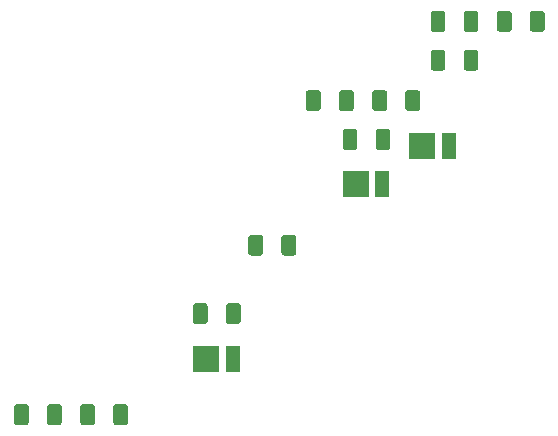
<source format=gbr>
G04 #@! TF.GenerationSoftware,KiCad,Pcbnew,5.1.5-52549c5~84~ubuntu18.04.1*
G04 #@! TF.CreationDate,2019-12-20T21:30:07+07:00*
G04 #@! TF.ProjectId,plate,706c6174-652e-46b6-9963-61645f706362,rev?*
G04 #@! TF.SameCoordinates,Original*
G04 #@! TF.FileFunction,Paste,Top*
G04 #@! TF.FilePolarity,Positive*
%FSLAX46Y46*%
G04 Gerber Fmt 4.6, Leading zero omitted, Abs format (unit mm)*
G04 Created by KiCad (PCBNEW 5.1.5-52549c5~84~ubuntu18.04.1) date 2019-12-20 21:30:07*
%MOMM*%
%LPD*%
G04 APERTURE LIST*
%ADD10C,0.100000*%
%ADD11R,1.250000X2.200000*%
%ADD12R,2.200000X2.200000*%
G04 APERTURE END LIST*
D10*
G36*
X203049504Y-105876204D02*
G01*
X203073773Y-105879804D01*
X203097571Y-105885765D01*
X203120671Y-105894030D01*
X203142849Y-105904520D01*
X203163893Y-105917133D01*
X203183598Y-105931747D01*
X203201777Y-105948223D01*
X203218253Y-105966402D01*
X203232867Y-105986107D01*
X203245480Y-106007151D01*
X203255970Y-106029329D01*
X203264235Y-106052429D01*
X203270196Y-106076227D01*
X203273796Y-106100496D01*
X203275000Y-106125000D01*
X203275000Y-107375000D01*
X203273796Y-107399504D01*
X203270196Y-107423773D01*
X203264235Y-107447571D01*
X203255970Y-107470671D01*
X203245480Y-107492849D01*
X203232867Y-107513893D01*
X203218253Y-107533598D01*
X203201777Y-107551777D01*
X203183598Y-107568253D01*
X203163893Y-107582867D01*
X203142849Y-107595480D01*
X203120671Y-107605970D01*
X203097571Y-107614235D01*
X203073773Y-107620196D01*
X203049504Y-107623796D01*
X203025000Y-107625000D01*
X202275000Y-107625000D01*
X202250496Y-107623796D01*
X202226227Y-107620196D01*
X202202429Y-107614235D01*
X202179329Y-107605970D01*
X202157151Y-107595480D01*
X202136107Y-107582867D01*
X202116402Y-107568253D01*
X202098223Y-107551777D01*
X202081747Y-107533598D01*
X202067133Y-107513893D01*
X202054520Y-107492849D01*
X202044030Y-107470671D01*
X202035765Y-107447571D01*
X202029804Y-107423773D01*
X202026204Y-107399504D01*
X202025000Y-107375000D01*
X202025000Y-106125000D01*
X202026204Y-106100496D01*
X202029804Y-106076227D01*
X202035765Y-106052429D01*
X202044030Y-106029329D01*
X202054520Y-106007151D01*
X202067133Y-105986107D01*
X202081747Y-105966402D01*
X202098223Y-105948223D01*
X202116402Y-105931747D01*
X202136107Y-105917133D01*
X202157151Y-105904520D01*
X202179329Y-105894030D01*
X202202429Y-105885765D01*
X202226227Y-105879804D01*
X202250496Y-105876204D01*
X202275000Y-105875000D01*
X203025000Y-105875000D01*
X203049504Y-105876204D01*
G37*
G36*
X200249504Y-105876204D02*
G01*
X200273773Y-105879804D01*
X200297571Y-105885765D01*
X200320671Y-105894030D01*
X200342849Y-105904520D01*
X200363893Y-105917133D01*
X200383598Y-105931747D01*
X200401777Y-105948223D01*
X200418253Y-105966402D01*
X200432867Y-105986107D01*
X200445480Y-106007151D01*
X200455970Y-106029329D01*
X200464235Y-106052429D01*
X200470196Y-106076227D01*
X200473796Y-106100496D01*
X200475000Y-106125000D01*
X200475000Y-107375000D01*
X200473796Y-107399504D01*
X200470196Y-107423773D01*
X200464235Y-107447571D01*
X200455970Y-107470671D01*
X200445480Y-107492849D01*
X200432867Y-107513893D01*
X200418253Y-107533598D01*
X200401777Y-107551777D01*
X200383598Y-107568253D01*
X200363893Y-107582867D01*
X200342849Y-107595480D01*
X200320671Y-107605970D01*
X200297571Y-107614235D01*
X200273773Y-107620196D01*
X200249504Y-107623796D01*
X200225000Y-107625000D01*
X199475000Y-107625000D01*
X199450496Y-107623796D01*
X199426227Y-107620196D01*
X199402429Y-107614235D01*
X199379329Y-107605970D01*
X199357151Y-107595480D01*
X199336107Y-107582867D01*
X199316402Y-107568253D01*
X199298223Y-107551777D01*
X199281747Y-107533598D01*
X199267133Y-107513893D01*
X199254520Y-107492849D01*
X199244030Y-107470671D01*
X199235765Y-107447571D01*
X199229804Y-107423773D01*
X199226204Y-107399504D01*
X199225000Y-107375000D01*
X199225000Y-106125000D01*
X199226204Y-106100496D01*
X199229804Y-106076227D01*
X199235765Y-106052429D01*
X199244030Y-106029329D01*
X199254520Y-106007151D01*
X199267133Y-105986107D01*
X199281747Y-105966402D01*
X199298223Y-105948223D01*
X199316402Y-105931747D01*
X199336107Y-105917133D01*
X199357151Y-105904520D01*
X199379329Y-105894030D01*
X199402429Y-105885765D01*
X199426227Y-105879804D01*
X199450496Y-105876204D01*
X199475000Y-105875000D01*
X200225000Y-105875000D01*
X200249504Y-105876204D01*
G37*
G36*
X172709504Y-132476204D02*
G01*
X172733773Y-132479804D01*
X172757571Y-132485765D01*
X172780671Y-132494030D01*
X172802849Y-132504520D01*
X172823893Y-132517133D01*
X172843598Y-132531747D01*
X172861777Y-132548223D01*
X172878253Y-132566402D01*
X172892867Y-132586107D01*
X172905480Y-132607151D01*
X172915970Y-132629329D01*
X172924235Y-132652429D01*
X172930196Y-132676227D01*
X172933796Y-132700496D01*
X172935000Y-132725000D01*
X172935000Y-133975000D01*
X172933796Y-133999504D01*
X172930196Y-134023773D01*
X172924235Y-134047571D01*
X172915970Y-134070671D01*
X172905480Y-134092849D01*
X172892867Y-134113893D01*
X172878253Y-134133598D01*
X172861777Y-134151777D01*
X172843598Y-134168253D01*
X172823893Y-134182867D01*
X172802849Y-134195480D01*
X172780671Y-134205970D01*
X172757571Y-134214235D01*
X172733773Y-134220196D01*
X172709504Y-134223796D01*
X172685000Y-134225000D01*
X171935000Y-134225000D01*
X171910496Y-134223796D01*
X171886227Y-134220196D01*
X171862429Y-134214235D01*
X171839329Y-134205970D01*
X171817151Y-134195480D01*
X171796107Y-134182867D01*
X171776402Y-134168253D01*
X171758223Y-134151777D01*
X171741747Y-134133598D01*
X171727133Y-134113893D01*
X171714520Y-134092849D01*
X171704030Y-134070671D01*
X171695765Y-134047571D01*
X171689804Y-134023773D01*
X171686204Y-133999504D01*
X171685000Y-133975000D01*
X171685000Y-132725000D01*
X171686204Y-132700496D01*
X171689804Y-132676227D01*
X171695765Y-132652429D01*
X171704030Y-132629329D01*
X171714520Y-132607151D01*
X171727133Y-132586107D01*
X171741747Y-132566402D01*
X171758223Y-132548223D01*
X171776402Y-132531747D01*
X171796107Y-132517133D01*
X171817151Y-132504520D01*
X171839329Y-132494030D01*
X171862429Y-132485765D01*
X171886227Y-132479804D01*
X171910496Y-132476204D01*
X171935000Y-132475000D01*
X172685000Y-132475000D01*
X172709504Y-132476204D01*
G37*
G36*
X169909504Y-132476204D02*
G01*
X169933773Y-132479804D01*
X169957571Y-132485765D01*
X169980671Y-132494030D01*
X170002849Y-132504520D01*
X170023893Y-132517133D01*
X170043598Y-132531747D01*
X170061777Y-132548223D01*
X170078253Y-132566402D01*
X170092867Y-132586107D01*
X170105480Y-132607151D01*
X170115970Y-132629329D01*
X170124235Y-132652429D01*
X170130196Y-132676227D01*
X170133796Y-132700496D01*
X170135000Y-132725000D01*
X170135000Y-133975000D01*
X170133796Y-133999504D01*
X170130196Y-134023773D01*
X170124235Y-134047571D01*
X170115970Y-134070671D01*
X170105480Y-134092849D01*
X170092867Y-134113893D01*
X170078253Y-134133598D01*
X170061777Y-134151777D01*
X170043598Y-134168253D01*
X170023893Y-134182867D01*
X170002849Y-134195480D01*
X169980671Y-134205970D01*
X169957571Y-134214235D01*
X169933773Y-134220196D01*
X169909504Y-134223796D01*
X169885000Y-134225000D01*
X169135000Y-134225000D01*
X169110496Y-134223796D01*
X169086227Y-134220196D01*
X169062429Y-134214235D01*
X169039329Y-134205970D01*
X169017151Y-134195480D01*
X168996107Y-134182867D01*
X168976402Y-134168253D01*
X168958223Y-134151777D01*
X168941747Y-134133598D01*
X168927133Y-134113893D01*
X168914520Y-134092849D01*
X168904030Y-134070671D01*
X168895765Y-134047571D01*
X168889804Y-134023773D01*
X168886204Y-133999504D01*
X168885000Y-133975000D01*
X168885000Y-132725000D01*
X168886204Y-132700496D01*
X168889804Y-132676227D01*
X168895765Y-132652429D01*
X168904030Y-132629329D01*
X168914520Y-132607151D01*
X168927133Y-132586107D01*
X168941747Y-132566402D01*
X168958223Y-132548223D01*
X168976402Y-132531747D01*
X168996107Y-132517133D01*
X169017151Y-132504520D01*
X169039329Y-132494030D01*
X169062429Y-132485765D01*
X169086227Y-132479804D01*
X169110496Y-132476204D01*
X169135000Y-132475000D01*
X169885000Y-132475000D01*
X169909504Y-132476204D01*
G37*
G36*
X207989504Y-99176204D02*
G01*
X208013773Y-99179804D01*
X208037571Y-99185765D01*
X208060671Y-99194030D01*
X208082849Y-99204520D01*
X208103893Y-99217133D01*
X208123598Y-99231747D01*
X208141777Y-99248223D01*
X208158253Y-99266402D01*
X208172867Y-99286107D01*
X208185480Y-99307151D01*
X208195970Y-99329329D01*
X208204235Y-99352429D01*
X208210196Y-99376227D01*
X208213796Y-99400496D01*
X208215000Y-99425000D01*
X208215000Y-100675000D01*
X208213796Y-100699504D01*
X208210196Y-100723773D01*
X208204235Y-100747571D01*
X208195970Y-100770671D01*
X208185480Y-100792849D01*
X208172867Y-100813893D01*
X208158253Y-100833598D01*
X208141777Y-100851777D01*
X208123598Y-100868253D01*
X208103893Y-100882867D01*
X208082849Y-100895480D01*
X208060671Y-100905970D01*
X208037571Y-100914235D01*
X208013773Y-100920196D01*
X207989504Y-100923796D01*
X207965000Y-100925000D01*
X207215000Y-100925000D01*
X207190496Y-100923796D01*
X207166227Y-100920196D01*
X207142429Y-100914235D01*
X207119329Y-100905970D01*
X207097151Y-100895480D01*
X207076107Y-100882867D01*
X207056402Y-100868253D01*
X207038223Y-100851777D01*
X207021747Y-100833598D01*
X207007133Y-100813893D01*
X206994520Y-100792849D01*
X206984030Y-100770671D01*
X206975765Y-100747571D01*
X206969804Y-100723773D01*
X206966204Y-100699504D01*
X206965000Y-100675000D01*
X206965000Y-99425000D01*
X206966204Y-99400496D01*
X206969804Y-99376227D01*
X206975765Y-99352429D01*
X206984030Y-99329329D01*
X206994520Y-99307151D01*
X207007133Y-99286107D01*
X207021747Y-99266402D01*
X207038223Y-99248223D01*
X207056402Y-99231747D01*
X207076107Y-99217133D01*
X207097151Y-99204520D01*
X207119329Y-99194030D01*
X207142429Y-99185765D01*
X207166227Y-99179804D01*
X207190496Y-99176204D01*
X207215000Y-99175000D01*
X207965000Y-99175000D01*
X207989504Y-99176204D01*
G37*
G36*
X205189504Y-99176204D02*
G01*
X205213773Y-99179804D01*
X205237571Y-99185765D01*
X205260671Y-99194030D01*
X205282849Y-99204520D01*
X205303893Y-99217133D01*
X205323598Y-99231747D01*
X205341777Y-99248223D01*
X205358253Y-99266402D01*
X205372867Y-99286107D01*
X205385480Y-99307151D01*
X205395970Y-99329329D01*
X205404235Y-99352429D01*
X205410196Y-99376227D01*
X205413796Y-99400496D01*
X205415000Y-99425000D01*
X205415000Y-100675000D01*
X205413796Y-100699504D01*
X205410196Y-100723773D01*
X205404235Y-100747571D01*
X205395970Y-100770671D01*
X205385480Y-100792849D01*
X205372867Y-100813893D01*
X205358253Y-100833598D01*
X205341777Y-100851777D01*
X205323598Y-100868253D01*
X205303893Y-100882867D01*
X205282849Y-100895480D01*
X205260671Y-100905970D01*
X205237571Y-100914235D01*
X205213773Y-100920196D01*
X205189504Y-100923796D01*
X205165000Y-100925000D01*
X204415000Y-100925000D01*
X204390496Y-100923796D01*
X204366227Y-100920196D01*
X204342429Y-100914235D01*
X204319329Y-100905970D01*
X204297151Y-100895480D01*
X204276107Y-100882867D01*
X204256402Y-100868253D01*
X204238223Y-100851777D01*
X204221747Y-100833598D01*
X204207133Y-100813893D01*
X204194520Y-100792849D01*
X204184030Y-100770671D01*
X204175765Y-100747571D01*
X204169804Y-100723773D01*
X204166204Y-100699504D01*
X204165000Y-100675000D01*
X204165000Y-99425000D01*
X204166204Y-99400496D01*
X204169804Y-99376227D01*
X204175765Y-99352429D01*
X204184030Y-99329329D01*
X204194520Y-99307151D01*
X204207133Y-99286107D01*
X204221747Y-99266402D01*
X204238223Y-99248223D01*
X204256402Y-99231747D01*
X204276107Y-99217133D01*
X204297151Y-99204520D01*
X204319329Y-99194030D01*
X204342429Y-99185765D01*
X204366227Y-99179804D01*
X204390496Y-99176204D01*
X204415000Y-99175000D01*
X205165000Y-99175000D01*
X205189504Y-99176204D01*
G37*
G36*
X207989504Y-102466204D02*
G01*
X208013773Y-102469804D01*
X208037571Y-102475765D01*
X208060671Y-102484030D01*
X208082849Y-102494520D01*
X208103893Y-102507133D01*
X208123598Y-102521747D01*
X208141777Y-102538223D01*
X208158253Y-102556402D01*
X208172867Y-102576107D01*
X208185480Y-102597151D01*
X208195970Y-102619329D01*
X208204235Y-102642429D01*
X208210196Y-102666227D01*
X208213796Y-102690496D01*
X208215000Y-102715000D01*
X208215000Y-103965000D01*
X208213796Y-103989504D01*
X208210196Y-104013773D01*
X208204235Y-104037571D01*
X208195970Y-104060671D01*
X208185480Y-104082849D01*
X208172867Y-104103893D01*
X208158253Y-104123598D01*
X208141777Y-104141777D01*
X208123598Y-104158253D01*
X208103893Y-104172867D01*
X208082849Y-104185480D01*
X208060671Y-104195970D01*
X208037571Y-104204235D01*
X208013773Y-104210196D01*
X207989504Y-104213796D01*
X207965000Y-104215000D01*
X207215000Y-104215000D01*
X207190496Y-104213796D01*
X207166227Y-104210196D01*
X207142429Y-104204235D01*
X207119329Y-104195970D01*
X207097151Y-104185480D01*
X207076107Y-104172867D01*
X207056402Y-104158253D01*
X207038223Y-104141777D01*
X207021747Y-104123598D01*
X207007133Y-104103893D01*
X206994520Y-104082849D01*
X206984030Y-104060671D01*
X206975765Y-104037571D01*
X206969804Y-104013773D01*
X206966204Y-103989504D01*
X206965000Y-103965000D01*
X206965000Y-102715000D01*
X206966204Y-102690496D01*
X206969804Y-102666227D01*
X206975765Y-102642429D01*
X206984030Y-102619329D01*
X206994520Y-102597151D01*
X207007133Y-102576107D01*
X207021747Y-102556402D01*
X207038223Y-102538223D01*
X207056402Y-102521747D01*
X207076107Y-102507133D01*
X207097151Y-102494520D01*
X207119329Y-102484030D01*
X207142429Y-102475765D01*
X207166227Y-102469804D01*
X207190496Y-102466204D01*
X207215000Y-102465000D01*
X207965000Y-102465000D01*
X207989504Y-102466204D01*
G37*
G36*
X205189504Y-102466204D02*
G01*
X205213773Y-102469804D01*
X205237571Y-102475765D01*
X205260671Y-102484030D01*
X205282849Y-102494520D01*
X205303893Y-102507133D01*
X205323598Y-102521747D01*
X205341777Y-102538223D01*
X205358253Y-102556402D01*
X205372867Y-102576107D01*
X205385480Y-102597151D01*
X205395970Y-102619329D01*
X205404235Y-102642429D01*
X205410196Y-102666227D01*
X205413796Y-102690496D01*
X205415000Y-102715000D01*
X205415000Y-103965000D01*
X205413796Y-103989504D01*
X205410196Y-104013773D01*
X205404235Y-104037571D01*
X205395970Y-104060671D01*
X205385480Y-104082849D01*
X205372867Y-104103893D01*
X205358253Y-104123598D01*
X205341777Y-104141777D01*
X205323598Y-104158253D01*
X205303893Y-104172867D01*
X205282849Y-104185480D01*
X205260671Y-104195970D01*
X205237571Y-104204235D01*
X205213773Y-104210196D01*
X205189504Y-104213796D01*
X205165000Y-104215000D01*
X204415000Y-104215000D01*
X204390496Y-104213796D01*
X204366227Y-104210196D01*
X204342429Y-104204235D01*
X204319329Y-104195970D01*
X204297151Y-104185480D01*
X204276107Y-104172867D01*
X204256402Y-104158253D01*
X204238223Y-104141777D01*
X204221747Y-104123598D01*
X204207133Y-104103893D01*
X204194520Y-104082849D01*
X204184030Y-104060671D01*
X204175765Y-104037571D01*
X204169804Y-104013773D01*
X204166204Y-103989504D01*
X204165000Y-103965000D01*
X204165000Y-102715000D01*
X204166204Y-102690496D01*
X204169804Y-102666227D01*
X204175765Y-102642429D01*
X204184030Y-102619329D01*
X204194520Y-102597151D01*
X204207133Y-102576107D01*
X204221747Y-102556402D01*
X204238223Y-102538223D01*
X204256402Y-102521747D01*
X204276107Y-102507133D01*
X204297151Y-102494520D01*
X204319329Y-102484030D01*
X204342429Y-102475765D01*
X204366227Y-102469804D01*
X204390496Y-102466204D01*
X204415000Y-102465000D01*
X205165000Y-102465000D01*
X205189504Y-102466204D01*
G37*
G36*
X178319504Y-132476204D02*
G01*
X178343773Y-132479804D01*
X178367571Y-132485765D01*
X178390671Y-132494030D01*
X178412849Y-132504520D01*
X178433893Y-132517133D01*
X178453598Y-132531747D01*
X178471777Y-132548223D01*
X178488253Y-132566402D01*
X178502867Y-132586107D01*
X178515480Y-132607151D01*
X178525970Y-132629329D01*
X178534235Y-132652429D01*
X178540196Y-132676227D01*
X178543796Y-132700496D01*
X178545000Y-132725000D01*
X178545000Y-133975000D01*
X178543796Y-133999504D01*
X178540196Y-134023773D01*
X178534235Y-134047571D01*
X178525970Y-134070671D01*
X178515480Y-134092849D01*
X178502867Y-134113893D01*
X178488253Y-134133598D01*
X178471777Y-134151777D01*
X178453598Y-134168253D01*
X178433893Y-134182867D01*
X178412849Y-134195480D01*
X178390671Y-134205970D01*
X178367571Y-134214235D01*
X178343773Y-134220196D01*
X178319504Y-134223796D01*
X178295000Y-134225000D01*
X177545000Y-134225000D01*
X177520496Y-134223796D01*
X177496227Y-134220196D01*
X177472429Y-134214235D01*
X177449329Y-134205970D01*
X177427151Y-134195480D01*
X177406107Y-134182867D01*
X177386402Y-134168253D01*
X177368223Y-134151777D01*
X177351747Y-134133598D01*
X177337133Y-134113893D01*
X177324520Y-134092849D01*
X177314030Y-134070671D01*
X177305765Y-134047571D01*
X177299804Y-134023773D01*
X177296204Y-133999504D01*
X177295000Y-133975000D01*
X177295000Y-132725000D01*
X177296204Y-132700496D01*
X177299804Y-132676227D01*
X177305765Y-132652429D01*
X177314030Y-132629329D01*
X177324520Y-132607151D01*
X177337133Y-132586107D01*
X177351747Y-132566402D01*
X177368223Y-132548223D01*
X177386402Y-132531747D01*
X177406107Y-132517133D01*
X177427151Y-132504520D01*
X177449329Y-132494030D01*
X177472429Y-132485765D01*
X177496227Y-132479804D01*
X177520496Y-132476204D01*
X177545000Y-132475000D01*
X178295000Y-132475000D01*
X178319504Y-132476204D01*
G37*
G36*
X175519504Y-132476204D02*
G01*
X175543773Y-132479804D01*
X175567571Y-132485765D01*
X175590671Y-132494030D01*
X175612849Y-132504520D01*
X175633893Y-132517133D01*
X175653598Y-132531747D01*
X175671777Y-132548223D01*
X175688253Y-132566402D01*
X175702867Y-132586107D01*
X175715480Y-132607151D01*
X175725970Y-132629329D01*
X175734235Y-132652429D01*
X175740196Y-132676227D01*
X175743796Y-132700496D01*
X175745000Y-132725000D01*
X175745000Y-133975000D01*
X175743796Y-133999504D01*
X175740196Y-134023773D01*
X175734235Y-134047571D01*
X175725970Y-134070671D01*
X175715480Y-134092849D01*
X175702867Y-134113893D01*
X175688253Y-134133598D01*
X175671777Y-134151777D01*
X175653598Y-134168253D01*
X175633893Y-134182867D01*
X175612849Y-134195480D01*
X175590671Y-134205970D01*
X175567571Y-134214235D01*
X175543773Y-134220196D01*
X175519504Y-134223796D01*
X175495000Y-134225000D01*
X174745000Y-134225000D01*
X174720496Y-134223796D01*
X174696227Y-134220196D01*
X174672429Y-134214235D01*
X174649329Y-134205970D01*
X174627151Y-134195480D01*
X174606107Y-134182867D01*
X174586402Y-134168253D01*
X174568223Y-134151777D01*
X174551747Y-134133598D01*
X174537133Y-134113893D01*
X174524520Y-134092849D01*
X174514030Y-134070671D01*
X174505765Y-134047571D01*
X174499804Y-134023773D01*
X174496204Y-133999504D01*
X174495000Y-133975000D01*
X174495000Y-132725000D01*
X174496204Y-132700496D01*
X174499804Y-132676227D01*
X174505765Y-132652429D01*
X174514030Y-132629329D01*
X174524520Y-132607151D01*
X174537133Y-132586107D01*
X174551747Y-132566402D01*
X174568223Y-132548223D01*
X174586402Y-132531747D01*
X174606107Y-132517133D01*
X174627151Y-132504520D01*
X174649329Y-132494030D01*
X174672429Y-132485765D01*
X174696227Y-132479804D01*
X174720496Y-132476204D01*
X174745000Y-132475000D01*
X175495000Y-132475000D01*
X175519504Y-132476204D01*
G37*
G36*
X192559504Y-118126204D02*
G01*
X192583773Y-118129804D01*
X192607571Y-118135765D01*
X192630671Y-118144030D01*
X192652849Y-118154520D01*
X192673893Y-118167133D01*
X192693598Y-118181747D01*
X192711777Y-118198223D01*
X192728253Y-118216402D01*
X192742867Y-118236107D01*
X192755480Y-118257151D01*
X192765970Y-118279329D01*
X192774235Y-118302429D01*
X192780196Y-118326227D01*
X192783796Y-118350496D01*
X192785000Y-118375000D01*
X192785000Y-119625000D01*
X192783796Y-119649504D01*
X192780196Y-119673773D01*
X192774235Y-119697571D01*
X192765970Y-119720671D01*
X192755480Y-119742849D01*
X192742867Y-119763893D01*
X192728253Y-119783598D01*
X192711777Y-119801777D01*
X192693598Y-119818253D01*
X192673893Y-119832867D01*
X192652849Y-119845480D01*
X192630671Y-119855970D01*
X192607571Y-119864235D01*
X192583773Y-119870196D01*
X192559504Y-119873796D01*
X192535000Y-119875000D01*
X191785000Y-119875000D01*
X191760496Y-119873796D01*
X191736227Y-119870196D01*
X191712429Y-119864235D01*
X191689329Y-119855970D01*
X191667151Y-119845480D01*
X191646107Y-119832867D01*
X191626402Y-119818253D01*
X191608223Y-119801777D01*
X191591747Y-119783598D01*
X191577133Y-119763893D01*
X191564520Y-119742849D01*
X191554030Y-119720671D01*
X191545765Y-119697571D01*
X191539804Y-119673773D01*
X191536204Y-119649504D01*
X191535000Y-119625000D01*
X191535000Y-118375000D01*
X191536204Y-118350496D01*
X191539804Y-118326227D01*
X191545765Y-118302429D01*
X191554030Y-118279329D01*
X191564520Y-118257151D01*
X191577133Y-118236107D01*
X191591747Y-118216402D01*
X191608223Y-118198223D01*
X191626402Y-118181747D01*
X191646107Y-118167133D01*
X191667151Y-118154520D01*
X191689329Y-118144030D01*
X191712429Y-118135765D01*
X191736227Y-118129804D01*
X191760496Y-118126204D01*
X191785000Y-118125000D01*
X192535000Y-118125000D01*
X192559504Y-118126204D01*
G37*
G36*
X189759504Y-118126204D02*
G01*
X189783773Y-118129804D01*
X189807571Y-118135765D01*
X189830671Y-118144030D01*
X189852849Y-118154520D01*
X189873893Y-118167133D01*
X189893598Y-118181747D01*
X189911777Y-118198223D01*
X189928253Y-118216402D01*
X189942867Y-118236107D01*
X189955480Y-118257151D01*
X189965970Y-118279329D01*
X189974235Y-118302429D01*
X189980196Y-118326227D01*
X189983796Y-118350496D01*
X189985000Y-118375000D01*
X189985000Y-119625000D01*
X189983796Y-119649504D01*
X189980196Y-119673773D01*
X189974235Y-119697571D01*
X189965970Y-119720671D01*
X189955480Y-119742849D01*
X189942867Y-119763893D01*
X189928253Y-119783598D01*
X189911777Y-119801777D01*
X189893598Y-119818253D01*
X189873893Y-119832867D01*
X189852849Y-119845480D01*
X189830671Y-119855970D01*
X189807571Y-119864235D01*
X189783773Y-119870196D01*
X189759504Y-119873796D01*
X189735000Y-119875000D01*
X188985000Y-119875000D01*
X188960496Y-119873796D01*
X188936227Y-119870196D01*
X188912429Y-119864235D01*
X188889329Y-119855970D01*
X188867151Y-119845480D01*
X188846107Y-119832867D01*
X188826402Y-119818253D01*
X188808223Y-119801777D01*
X188791747Y-119783598D01*
X188777133Y-119763893D01*
X188764520Y-119742849D01*
X188754030Y-119720671D01*
X188745765Y-119697571D01*
X188739804Y-119673773D01*
X188736204Y-119649504D01*
X188735000Y-119625000D01*
X188735000Y-118375000D01*
X188736204Y-118350496D01*
X188739804Y-118326227D01*
X188745765Y-118302429D01*
X188754030Y-118279329D01*
X188764520Y-118257151D01*
X188777133Y-118236107D01*
X188791747Y-118216402D01*
X188808223Y-118198223D01*
X188826402Y-118181747D01*
X188846107Y-118167133D01*
X188867151Y-118154520D01*
X188889329Y-118144030D01*
X188912429Y-118135765D01*
X188936227Y-118129804D01*
X188960496Y-118126204D01*
X188985000Y-118125000D01*
X189735000Y-118125000D01*
X189759504Y-118126204D01*
G37*
G36*
X187859504Y-123916204D02*
G01*
X187883773Y-123919804D01*
X187907571Y-123925765D01*
X187930671Y-123934030D01*
X187952849Y-123944520D01*
X187973893Y-123957133D01*
X187993598Y-123971747D01*
X188011777Y-123988223D01*
X188028253Y-124006402D01*
X188042867Y-124026107D01*
X188055480Y-124047151D01*
X188065970Y-124069329D01*
X188074235Y-124092429D01*
X188080196Y-124116227D01*
X188083796Y-124140496D01*
X188085000Y-124165000D01*
X188085000Y-125415000D01*
X188083796Y-125439504D01*
X188080196Y-125463773D01*
X188074235Y-125487571D01*
X188065970Y-125510671D01*
X188055480Y-125532849D01*
X188042867Y-125553893D01*
X188028253Y-125573598D01*
X188011777Y-125591777D01*
X187993598Y-125608253D01*
X187973893Y-125622867D01*
X187952849Y-125635480D01*
X187930671Y-125645970D01*
X187907571Y-125654235D01*
X187883773Y-125660196D01*
X187859504Y-125663796D01*
X187835000Y-125665000D01*
X187085000Y-125665000D01*
X187060496Y-125663796D01*
X187036227Y-125660196D01*
X187012429Y-125654235D01*
X186989329Y-125645970D01*
X186967151Y-125635480D01*
X186946107Y-125622867D01*
X186926402Y-125608253D01*
X186908223Y-125591777D01*
X186891747Y-125573598D01*
X186877133Y-125553893D01*
X186864520Y-125532849D01*
X186854030Y-125510671D01*
X186845765Y-125487571D01*
X186839804Y-125463773D01*
X186836204Y-125439504D01*
X186835000Y-125415000D01*
X186835000Y-124165000D01*
X186836204Y-124140496D01*
X186839804Y-124116227D01*
X186845765Y-124092429D01*
X186854030Y-124069329D01*
X186864520Y-124047151D01*
X186877133Y-124026107D01*
X186891747Y-124006402D01*
X186908223Y-123988223D01*
X186926402Y-123971747D01*
X186946107Y-123957133D01*
X186967151Y-123944520D01*
X186989329Y-123934030D01*
X187012429Y-123925765D01*
X187036227Y-123919804D01*
X187060496Y-123916204D01*
X187085000Y-123915000D01*
X187835000Y-123915000D01*
X187859504Y-123916204D01*
G37*
G36*
X185059504Y-123916204D02*
G01*
X185083773Y-123919804D01*
X185107571Y-123925765D01*
X185130671Y-123934030D01*
X185152849Y-123944520D01*
X185173893Y-123957133D01*
X185193598Y-123971747D01*
X185211777Y-123988223D01*
X185228253Y-124006402D01*
X185242867Y-124026107D01*
X185255480Y-124047151D01*
X185265970Y-124069329D01*
X185274235Y-124092429D01*
X185280196Y-124116227D01*
X185283796Y-124140496D01*
X185285000Y-124165000D01*
X185285000Y-125415000D01*
X185283796Y-125439504D01*
X185280196Y-125463773D01*
X185274235Y-125487571D01*
X185265970Y-125510671D01*
X185255480Y-125532849D01*
X185242867Y-125553893D01*
X185228253Y-125573598D01*
X185211777Y-125591777D01*
X185193598Y-125608253D01*
X185173893Y-125622867D01*
X185152849Y-125635480D01*
X185130671Y-125645970D01*
X185107571Y-125654235D01*
X185083773Y-125660196D01*
X185059504Y-125663796D01*
X185035000Y-125665000D01*
X184285000Y-125665000D01*
X184260496Y-125663796D01*
X184236227Y-125660196D01*
X184212429Y-125654235D01*
X184189329Y-125645970D01*
X184167151Y-125635480D01*
X184146107Y-125622867D01*
X184126402Y-125608253D01*
X184108223Y-125591777D01*
X184091747Y-125573598D01*
X184077133Y-125553893D01*
X184064520Y-125532849D01*
X184054030Y-125510671D01*
X184045765Y-125487571D01*
X184039804Y-125463773D01*
X184036204Y-125439504D01*
X184035000Y-125415000D01*
X184035000Y-124165000D01*
X184036204Y-124140496D01*
X184039804Y-124116227D01*
X184045765Y-124092429D01*
X184054030Y-124069329D01*
X184064520Y-124047151D01*
X184077133Y-124026107D01*
X184091747Y-124006402D01*
X184108223Y-123988223D01*
X184126402Y-123971747D01*
X184146107Y-123957133D01*
X184167151Y-123944520D01*
X184189329Y-123934030D01*
X184212429Y-123925765D01*
X184236227Y-123919804D01*
X184260496Y-123916204D01*
X184285000Y-123915000D01*
X185035000Y-123915000D01*
X185059504Y-123916204D01*
G37*
G36*
X213599504Y-99176204D02*
G01*
X213623773Y-99179804D01*
X213647571Y-99185765D01*
X213670671Y-99194030D01*
X213692849Y-99204520D01*
X213713893Y-99217133D01*
X213733598Y-99231747D01*
X213751777Y-99248223D01*
X213768253Y-99266402D01*
X213782867Y-99286107D01*
X213795480Y-99307151D01*
X213805970Y-99329329D01*
X213814235Y-99352429D01*
X213820196Y-99376227D01*
X213823796Y-99400496D01*
X213825000Y-99425000D01*
X213825000Y-100675000D01*
X213823796Y-100699504D01*
X213820196Y-100723773D01*
X213814235Y-100747571D01*
X213805970Y-100770671D01*
X213795480Y-100792849D01*
X213782867Y-100813893D01*
X213768253Y-100833598D01*
X213751777Y-100851777D01*
X213733598Y-100868253D01*
X213713893Y-100882867D01*
X213692849Y-100895480D01*
X213670671Y-100905970D01*
X213647571Y-100914235D01*
X213623773Y-100920196D01*
X213599504Y-100923796D01*
X213575000Y-100925000D01*
X212825000Y-100925000D01*
X212800496Y-100923796D01*
X212776227Y-100920196D01*
X212752429Y-100914235D01*
X212729329Y-100905970D01*
X212707151Y-100895480D01*
X212686107Y-100882867D01*
X212666402Y-100868253D01*
X212648223Y-100851777D01*
X212631747Y-100833598D01*
X212617133Y-100813893D01*
X212604520Y-100792849D01*
X212594030Y-100770671D01*
X212585765Y-100747571D01*
X212579804Y-100723773D01*
X212576204Y-100699504D01*
X212575000Y-100675000D01*
X212575000Y-99425000D01*
X212576204Y-99400496D01*
X212579804Y-99376227D01*
X212585765Y-99352429D01*
X212594030Y-99329329D01*
X212604520Y-99307151D01*
X212617133Y-99286107D01*
X212631747Y-99266402D01*
X212648223Y-99248223D01*
X212666402Y-99231747D01*
X212686107Y-99217133D01*
X212707151Y-99204520D01*
X212729329Y-99194030D01*
X212752429Y-99185765D01*
X212776227Y-99179804D01*
X212800496Y-99176204D01*
X212825000Y-99175000D01*
X213575000Y-99175000D01*
X213599504Y-99176204D01*
G37*
G36*
X210799504Y-99176204D02*
G01*
X210823773Y-99179804D01*
X210847571Y-99185765D01*
X210870671Y-99194030D01*
X210892849Y-99204520D01*
X210913893Y-99217133D01*
X210933598Y-99231747D01*
X210951777Y-99248223D01*
X210968253Y-99266402D01*
X210982867Y-99286107D01*
X210995480Y-99307151D01*
X211005970Y-99329329D01*
X211014235Y-99352429D01*
X211020196Y-99376227D01*
X211023796Y-99400496D01*
X211025000Y-99425000D01*
X211025000Y-100675000D01*
X211023796Y-100699504D01*
X211020196Y-100723773D01*
X211014235Y-100747571D01*
X211005970Y-100770671D01*
X210995480Y-100792849D01*
X210982867Y-100813893D01*
X210968253Y-100833598D01*
X210951777Y-100851777D01*
X210933598Y-100868253D01*
X210913893Y-100882867D01*
X210892849Y-100895480D01*
X210870671Y-100905970D01*
X210847571Y-100914235D01*
X210823773Y-100920196D01*
X210799504Y-100923796D01*
X210775000Y-100925000D01*
X210025000Y-100925000D01*
X210000496Y-100923796D01*
X209976227Y-100920196D01*
X209952429Y-100914235D01*
X209929329Y-100905970D01*
X209907151Y-100895480D01*
X209886107Y-100882867D01*
X209866402Y-100868253D01*
X209848223Y-100851777D01*
X209831747Y-100833598D01*
X209817133Y-100813893D01*
X209804520Y-100792849D01*
X209794030Y-100770671D01*
X209785765Y-100747571D01*
X209779804Y-100723773D01*
X209776204Y-100699504D01*
X209775000Y-100675000D01*
X209775000Y-99425000D01*
X209776204Y-99400496D01*
X209779804Y-99376227D01*
X209785765Y-99352429D01*
X209794030Y-99329329D01*
X209804520Y-99307151D01*
X209817133Y-99286107D01*
X209831747Y-99266402D01*
X209848223Y-99248223D01*
X209866402Y-99231747D01*
X209886107Y-99217133D01*
X209907151Y-99204520D01*
X209929329Y-99194030D01*
X209952429Y-99185765D01*
X209976227Y-99179804D01*
X210000496Y-99176204D01*
X210025000Y-99175000D01*
X210775000Y-99175000D01*
X210799504Y-99176204D01*
G37*
G36*
X200539504Y-109166204D02*
G01*
X200563773Y-109169804D01*
X200587571Y-109175765D01*
X200610671Y-109184030D01*
X200632849Y-109194520D01*
X200653893Y-109207133D01*
X200673598Y-109221747D01*
X200691777Y-109238223D01*
X200708253Y-109256402D01*
X200722867Y-109276107D01*
X200735480Y-109297151D01*
X200745970Y-109319329D01*
X200754235Y-109342429D01*
X200760196Y-109366227D01*
X200763796Y-109390496D01*
X200765000Y-109415000D01*
X200765000Y-110665000D01*
X200763796Y-110689504D01*
X200760196Y-110713773D01*
X200754235Y-110737571D01*
X200745970Y-110760671D01*
X200735480Y-110782849D01*
X200722867Y-110803893D01*
X200708253Y-110823598D01*
X200691777Y-110841777D01*
X200673598Y-110858253D01*
X200653893Y-110872867D01*
X200632849Y-110885480D01*
X200610671Y-110895970D01*
X200587571Y-110904235D01*
X200563773Y-110910196D01*
X200539504Y-110913796D01*
X200515000Y-110915000D01*
X199765000Y-110915000D01*
X199740496Y-110913796D01*
X199716227Y-110910196D01*
X199692429Y-110904235D01*
X199669329Y-110895970D01*
X199647151Y-110885480D01*
X199626107Y-110872867D01*
X199606402Y-110858253D01*
X199588223Y-110841777D01*
X199571747Y-110823598D01*
X199557133Y-110803893D01*
X199544520Y-110782849D01*
X199534030Y-110760671D01*
X199525765Y-110737571D01*
X199519804Y-110713773D01*
X199516204Y-110689504D01*
X199515000Y-110665000D01*
X199515000Y-109415000D01*
X199516204Y-109390496D01*
X199519804Y-109366227D01*
X199525765Y-109342429D01*
X199534030Y-109319329D01*
X199544520Y-109297151D01*
X199557133Y-109276107D01*
X199571747Y-109256402D01*
X199588223Y-109238223D01*
X199606402Y-109221747D01*
X199626107Y-109207133D01*
X199647151Y-109194520D01*
X199669329Y-109184030D01*
X199692429Y-109175765D01*
X199716227Y-109169804D01*
X199740496Y-109166204D01*
X199765000Y-109165000D01*
X200515000Y-109165000D01*
X200539504Y-109166204D01*
G37*
G36*
X197739504Y-109166204D02*
G01*
X197763773Y-109169804D01*
X197787571Y-109175765D01*
X197810671Y-109184030D01*
X197832849Y-109194520D01*
X197853893Y-109207133D01*
X197873598Y-109221747D01*
X197891777Y-109238223D01*
X197908253Y-109256402D01*
X197922867Y-109276107D01*
X197935480Y-109297151D01*
X197945970Y-109319329D01*
X197954235Y-109342429D01*
X197960196Y-109366227D01*
X197963796Y-109390496D01*
X197965000Y-109415000D01*
X197965000Y-110665000D01*
X197963796Y-110689504D01*
X197960196Y-110713773D01*
X197954235Y-110737571D01*
X197945970Y-110760671D01*
X197935480Y-110782849D01*
X197922867Y-110803893D01*
X197908253Y-110823598D01*
X197891777Y-110841777D01*
X197873598Y-110858253D01*
X197853893Y-110872867D01*
X197832849Y-110885480D01*
X197810671Y-110895970D01*
X197787571Y-110904235D01*
X197763773Y-110910196D01*
X197739504Y-110913796D01*
X197715000Y-110915000D01*
X196965000Y-110915000D01*
X196940496Y-110913796D01*
X196916227Y-110910196D01*
X196892429Y-110904235D01*
X196869329Y-110895970D01*
X196847151Y-110885480D01*
X196826107Y-110872867D01*
X196806402Y-110858253D01*
X196788223Y-110841777D01*
X196771747Y-110823598D01*
X196757133Y-110803893D01*
X196744520Y-110782849D01*
X196734030Y-110760671D01*
X196725765Y-110737571D01*
X196719804Y-110713773D01*
X196716204Y-110689504D01*
X196715000Y-110665000D01*
X196715000Y-109415000D01*
X196716204Y-109390496D01*
X196719804Y-109366227D01*
X196725765Y-109342429D01*
X196734030Y-109319329D01*
X196744520Y-109297151D01*
X196757133Y-109276107D01*
X196771747Y-109256402D01*
X196788223Y-109238223D01*
X196806402Y-109221747D01*
X196826107Y-109207133D01*
X196847151Y-109194520D01*
X196869329Y-109184030D01*
X196892429Y-109175765D01*
X196916227Y-109169804D01*
X196940496Y-109166204D01*
X196965000Y-109165000D01*
X197715000Y-109165000D01*
X197739504Y-109166204D01*
G37*
G36*
X197439504Y-105876204D02*
G01*
X197463773Y-105879804D01*
X197487571Y-105885765D01*
X197510671Y-105894030D01*
X197532849Y-105904520D01*
X197553893Y-105917133D01*
X197573598Y-105931747D01*
X197591777Y-105948223D01*
X197608253Y-105966402D01*
X197622867Y-105986107D01*
X197635480Y-106007151D01*
X197645970Y-106029329D01*
X197654235Y-106052429D01*
X197660196Y-106076227D01*
X197663796Y-106100496D01*
X197665000Y-106125000D01*
X197665000Y-107375000D01*
X197663796Y-107399504D01*
X197660196Y-107423773D01*
X197654235Y-107447571D01*
X197645970Y-107470671D01*
X197635480Y-107492849D01*
X197622867Y-107513893D01*
X197608253Y-107533598D01*
X197591777Y-107551777D01*
X197573598Y-107568253D01*
X197553893Y-107582867D01*
X197532849Y-107595480D01*
X197510671Y-107605970D01*
X197487571Y-107614235D01*
X197463773Y-107620196D01*
X197439504Y-107623796D01*
X197415000Y-107625000D01*
X196665000Y-107625000D01*
X196640496Y-107623796D01*
X196616227Y-107620196D01*
X196592429Y-107614235D01*
X196569329Y-107605970D01*
X196547151Y-107595480D01*
X196526107Y-107582867D01*
X196506402Y-107568253D01*
X196488223Y-107551777D01*
X196471747Y-107533598D01*
X196457133Y-107513893D01*
X196444520Y-107492849D01*
X196434030Y-107470671D01*
X196425765Y-107447571D01*
X196419804Y-107423773D01*
X196416204Y-107399504D01*
X196415000Y-107375000D01*
X196415000Y-106125000D01*
X196416204Y-106100496D01*
X196419804Y-106076227D01*
X196425765Y-106052429D01*
X196434030Y-106029329D01*
X196444520Y-106007151D01*
X196457133Y-105986107D01*
X196471747Y-105966402D01*
X196488223Y-105948223D01*
X196506402Y-105931747D01*
X196526107Y-105917133D01*
X196547151Y-105904520D01*
X196569329Y-105894030D01*
X196592429Y-105885765D01*
X196616227Y-105879804D01*
X196640496Y-105876204D01*
X196665000Y-105875000D01*
X197415000Y-105875000D01*
X197439504Y-105876204D01*
G37*
G36*
X194639504Y-105876204D02*
G01*
X194663773Y-105879804D01*
X194687571Y-105885765D01*
X194710671Y-105894030D01*
X194732849Y-105904520D01*
X194753893Y-105917133D01*
X194773598Y-105931747D01*
X194791777Y-105948223D01*
X194808253Y-105966402D01*
X194822867Y-105986107D01*
X194835480Y-106007151D01*
X194845970Y-106029329D01*
X194854235Y-106052429D01*
X194860196Y-106076227D01*
X194863796Y-106100496D01*
X194865000Y-106125000D01*
X194865000Y-107375000D01*
X194863796Y-107399504D01*
X194860196Y-107423773D01*
X194854235Y-107447571D01*
X194845970Y-107470671D01*
X194835480Y-107492849D01*
X194822867Y-107513893D01*
X194808253Y-107533598D01*
X194791777Y-107551777D01*
X194773598Y-107568253D01*
X194753893Y-107582867D01*
X194732849Y-107595480D01*
X194710671Y-107605970D01*
X194687571Y-107614235D01*
X194663773Y-107620196D01*
X194639504Y-107623796D01*
X194615000Y-107625000D01*
X193865000Y-107625000D01*
X193840496Y-107623796D01*
X193816227Y-107620196D01*
X193792429Y-107614235D01*
X193769329Y-107605970D01*
X193747151Y-107595480D01*
X193726107Y-107582867D01*
X193706402Y-107568253D01*
X193688223Y-107551777D01*
X193671747Y-107533598D01*
X193657133Y-107513893D01*
X193644520Y-107492849D01*
X193634030Y-107470671D01*
X193625765Y-107447571D01*
X193619804Y-107423773D01*
X193616204Y-107399504D01*
X193615000Y-107375000D01*
X193615000Y-106125000D01*
X193616204Y-106100496D01*
X193619804Y-106076227D01*
X193625765Y-106052429D01*
X193634030Y-106029329D01*
X193644520Y-106007151D01*
X193657133Y-105986107D01*
X193671747Y-105966402D01*
X193688223Y-105948223D01*
X193706402Y-105931747D01*
X193726107Y-105917133D01*
X193747151Y-105904520D01*
X193769329Y-105894030D01*
X193792429Y-105885765D01*
X193816227Y-105879804D01*
X193840496Y-105876204D01*
X193865000Y-105875000D01*
X194615000Y-105875000D01*
X194639504Y-105876204D01*
G37*
D11*
X200085000Y-113860000D03*
D12*
X197810000Y-113860000D03*
D11*
X205695000Y-110570000D03*
D12*
X203420000Y-110570000D03*
D11*
X187405000Y-128610000D03*
D12*
X185130000Y-128610000D03*
M02*

</source>
